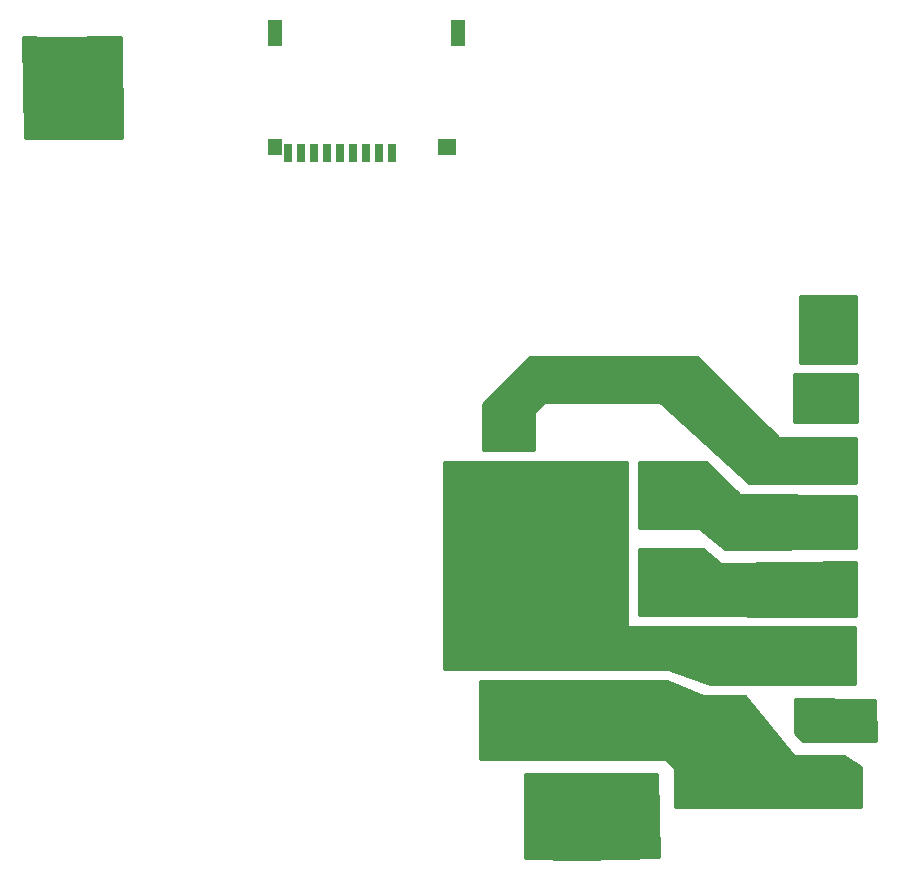
<source format=gbp>
G04 #@! TF.GenerationSoftware,KiCad,Pcbnew,5.0.2-bee76a0~70~ubuntu18.04.1*
G04 #@! TF.CreationDate,2019-06-18T09:22:54+09:00*
G04 #@! TF.ProjectId,MRR_ESPE,4d52525f-4553-4504-952e-6b696361645f,v0.2*
G04 #@! TF.SameCoordinates,Original*
G04 #@! TF.FileFunction,Paste,Bot*
G04 #@! TF.FilePolarity,Positive*
%FSLAX46Y46*%
G04 Gerber Fmt 4.6, Leading zero omitted, Abs format (unit mm)*
G04 Created by KiCad (PCBNEW 5.0.2-bee76a0~70~ubuntu18.04.1) date Tue 18 Jun 2019 09:22:54 AM JST*
%MOMM*%
%LPD*%
G01*
G04 APERTURE LIST*
%ADD10R,0.700000X1.600000*%
%ADD11R,1.200000X1.400000*%
%ADD12R,1.600000X1.400000*%
%ADD13R,1.200000X2.200000*%
%ADD14C,0.254000*%
G04 APERTURE END LIST*
D10*
G04 #@! TO.C,J4*
X98175000Y-51675000D03*
X99275000Y-51675000D03*
X100375000Y-51675000D03*
X97075000Y-51675000D03*
X95975000Y-51675000D03*
X94875000Y-51675000D03*
X92675000Y-51675000D03*
X93775000Y-51675000D03*
X91575000Y-51675000D03*
D11*
X90425000Y-51175000D03*
D12*
X105025000Y-51175000D03*
D13*
X90425000Y-41575000D03*
X105925000Y-41575000D03*
G04 #@! TD*
D14*
G36*
X122970166Y-111334921D02*
X116389743Y-111432990D01*
X111633000Y-111380397D01*
X111633000Y-104267000D01*
X122811814Y-104267000D01*
X122970166Y-111334921D01*
X122970166Y-111334921D01*
G37*
X122970166Y-111334921D02*
X116389743Y-111432990D01*
X111633000Y-111380397D01*
X111633000Y-104267000D01*
X122811814Y-104267000D01*
X122970166Y-111334921D01*
G36*
X71490972Y-41936346D02*
X71494123Y-41936369D01*
X77397357Y-41907000D01*
X77455621Y-50462067D01*
X69277929Y-50442666D01*
X69103166Y-41888969D01*
X71490972Y-41936346D01*
X71490972Y-41936346D01*
G37*
X71490972Y-41936346D02*
X71494123Y-41936369D01*
X77397357Y-41907000D01*
X77455621Y-50462067D01*
X69277929Y-50442666D01*
X69103166Y-41888969D01*
X71490972Y-41936346D01*
G36*
X129704197Y-80607803D02*
X129745399Y-80635333D01*
X129792959Y-80644996D01*
X139673000Y-80725964D01*
X139673000Y-85124054D01*
X128567106Y-85216636D01*
X126315970Y-83465752D01*
X126271672Y-83443545D01*
X126238000Y-83439000D01*
X121285000Y-83439000D01*
X121285000Y-77851000D01*
X126947394Y-77851000D01*
X129704197Y-80607803D01*
X129704197Y-80607803D01*
G37*
X129704197Y-80607803D02*
X129745399Y-80635333D01*
X129792959Y-80644996D01*
X139673000Y-80725964D01*
X139673000Y-85124054D01*
X128567106Y-85216636D01*
X126315970Y-83465752D01*
X126271672Y-83443545D01*
X126238000Y-83439000D01*
X121285000Y-83439000D01*
X121285000Y-77851000D01*
X126947394Y-77851000D01*
X129704197Y-80607803D01*
G36*
X133006197Y-75781803D02*
X133047399Y-75809333D01*
X133095846Y-75819000D01*
X139673000Y-75826967D01*
X139673000Y-79672394D01*
X130604992Y-79629231D01*
X123020959Y-72803602D01*
X122978367Y-72778275D01*
X122936000Y-72771000D01*
X113284000Y-72771000D01*
X113235399Y-72780667D01*
X113194197Y-72808197D01*
X112432197Y-73570197D01*
X112404667Y-73611399D01*
X112395000Y-73660000D01*
X112395000Y-76835000D01*
X108077000Y-76835000D01*
X108077000Y-72950606D01*
X112066606Y-68961000D01*
X126185394Y-68961000D01*
X133006197Y-75781803D01*
X133006197Y-75781803D01*
G37*
X133006197Y-75781803D02*
X133047399Y-75809333D01*
X133095846Y-75819000D01*
X139673000Y-75826967D01*
X139673000Y-79672394D01*
X130604992Y-79629231D01*
X123020959Y-72803602D01*
X122978367Y-72778275D01*
X122936000Y-72771000D01*
X113284000Y-72771000D01*
X113235399Y-72780667D01*
X113194197Y-72808197D01*
X112432197Y-73570197D01*
X112404667Y-73611399D01*
X112395000Y-73660000D01*
X112395000Y-76835000D01*
X108077000Y-76835000D01*
X108077000Y-72950606D01*
X112066606Y-68961000D01*
X126185394Y-68961000D01*
X133006197Y-75781803D01*
G36*
X139723000Y-74473000D02*
X134378485Y-74473000D01*
X134425531Y-70427000D01*
X139723000Y-70427000D01*
X139723000Y-74473000D01*
X139723000Y-74473000D01*
G37*
X139723000Y-74473000D02*
X134378485Y-74473000D01*
X134425531Y-70427000D01*
X139723000Y-70427000D01*
X139723000Y-74473000D01*
G36*
X139673000Y-69473000D02*
X134927000Y-69473000D01*
X134927000Y-63777000D01*
X139673000Y-63777000D01*
X139673000Y-69473000D01*
X139673000Y-69473000D01*
G37*
X139673000Y-69473000D02*
X134927000Y-69473000D01*
X134927000Y-63777000D01*
X139673000Y-63777000D01*
X139673000Y-69473000D01*
G36*
X141275608Y-98025070D02*
X141348294Y-101473000D01*
X135180606Y-101473000D01*
X134493000Y-100785394D01*
X134493000Y-97919001D01*
X141275608Y-98025070D01*
X141275608Y-98025070D01*
G37*
X141275608Y-98025070D02*
X141348294Y-101473000D01*
X135180606Y-101473000D01*
X134493000Y-100785394D01*
X134493000Y-97919001D01*
X141275608Y-98025070D01*
G36*
X126697154Y-97653231D02*
X126746000Y-97663000D01*
X130240961Y-97663000D01*
X134266830Y-102695336D01*
X134304739Y-102727248D01*
X134366000Y-102743000D01*
X138645548Y-102743000D01*
X140081000Y-103699968D01*
X140081000Y-107061000D01*
X124333000Y-107061000D01*
X124333000Y-103886000D01*
X124323333Y-103837399D01*
X124295803Y-103796197D01*
X123533803Y-103034197D01*
X123492601Y-103006667D01*
X123444000Y-102997000D01*
X107823000Y-102997000D01*
X107823000Y-96393000D01*
X123672600Y-96393000D01*
X126697154Y-97653231D01*
X126697154Y-97653231D01*
G37*
X126697154Y-97653231D02*
X126746000Y-97663000D01*
X130240961Y-97663000D01*
X134266830Y-102695336D01*
X134304739Y-102727248D01*
X134366000Y-102743000D01*
X138645548Y-102743000D01*
X140081000Y-103699968D01*
X140081000Y-107061000D01*
X124333000Y-107061000D01*
X124333000Y-103886000D01*
X124323333Y-103837399D01*
X124295803Y-103796197D01*
X123533803Y-103034197D01*
X123492601Y-103006667D01*
X123444000Y-102997000D01*
X107823000Y-102997000D01*
X107823000Y-96393000D01*
X123672600Y-96393000D01*
X126697154Y-97653231D01*
G36*
X120269000Y-91694000D02*
X120278667Y-91742601D01*
X120306197Y-91783803D01*
X120347399Y-91811333D01*
X120396000Y-91821000D01*
X139573000Y-91821000D01*
X139573000Y-96647000D01*
X127275998Y-96647000D01*
X123740715Y-95384399D01*
X123698000Y-95377000D01*
X104775000Y-95377000D01*
X104775000Y-77851000D01*
X120269000Y-77851000D01*
X120269000Y-91694000D01*
X120269000Y-91694000D01*
G37*
X120269000Y-91694000D02*
X120278667Y-91742601D01*
X120306197Y-91783803D01*
X120347399Y-91811333D01*
X120396000Y-91821000D01*
X139573000Y-91821000D01*
X139573000Y-96647000D01*
X127275998Y-96647000D01*
X123740715Y-95384399D01*
X123698000Y-95377000D01*
X104775000Y-95377000D01*
X104775000Y-77851000D01*
X120269000Y-77851000D01*
X120269000Y-91694000D01*
G36*
X128188697Y-86457564D02*
X128232222Y-86481251D01*
X128271770Y-86486988D01*
X139623000Y-86328783D01*
X139623000Y-90922192D01*
X121285000Y-90805804D01*
X121285000Y-85217000D01*
X126700020Y-85217000D01*
X128188697Y-86457564D01*
X128188697Y-86457564D01*
G37*
X128188697Y-86457564D02*
X128232222Y-86481251D01*
X128271770Y-86486988D01*
X139623000Y-86328783D01*
X139623000Y-90922192D01*
X121285000Y-90805804D01*
X121285000Y-85217000D01*
X126700020Y-85217000D01*
X128188697Y-86457564D01*
M02*

</source>
